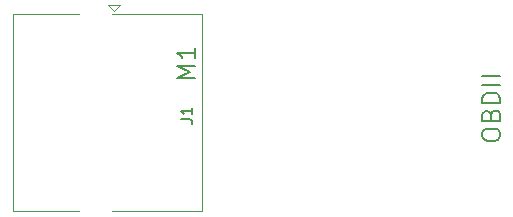
<source format=gbr>
%TF.GenerationSoftware,KiCad,Pcbnew,(6.0.5-0)*%
%TF.CreationDate,2022-08-12T15:30:33+02:00*%
%TF.ProjectId,OpenOBDPower,4f70656e-4f42-4445-906f-7765722e6b69,rev?*%
%TF.SameCoordinates,Original*%
%TF.FileFunction,Legend,Top*%
%TF.FilePolarity,Positive*%
%FSLAX46Y46*%
G04 Gerber Fmt 4.6, Leading zero omitted, Abs format (unit mm)*
G04 Created by KiCad (PCBNEW (6.0.5-0)) date 2022-08-12 15:30:33*
%MOMM*%
%LPD*%
G01*
G04 APERTURE LIST*
%ADD10C,0.150000*%
%ADD11C,0.120000*%
%ADD12C,3.215640*%
%ADD13C,3.250000*%
%ADD14R,1.500000X1.500000*%
%ADD15C,1.500000*%
%ADD16C,2.300000*%
G04 APERTURE END LIST*
D10*
%TO.C,M1*%
X133849428Y-96583714D02*
X132325428Y-96583714D01*
X133414000Y-96075714D01*
X132325428Y-95567714D01*
X133849428Y-95567714D01*
X133849428Y-94043714D02*
X133849428Y-94914571D01*
X133849428Y-94479142D02*
X132325428Y-94479142D01*
X132543142Y-94624285D01*
X132688285Y-94769428D01*
X132760857Y-94914571D01*
X158145428Y-101524857D02*
X158145428Y-101234571D01*
X158218000Y-101089428D01*
X158363142Y-100944285D01*
X158653428Y-100871714D01*
X159161428Y-100871714D01*
X159451714Y-100944285D01*
X159596857Y-101089428D01*
X159669428Y-101234571D01*
X159669428Y-101524857D01*
X159596857Y-101670000D01*
X159451714Y-101815142D01*
X159161428Y-101887714D01*
X158653428Y-101887714D01*
X158363142Y-101815142D01*
X158218000Y-101670000D01*
X158145428Y-101524857D01*
X158871142Y-99710571D02*
X158943714Y-99492857D01*
X159016285Y-99420285D01*
X159161428Y-99347714D01*
X159379142Y-99347714D01*
X159524285Y-99420285D01*
X159596857Y-99492857D01*
X159669428Y-99638000D01*
X159669428Y-100218571D01*
X158145428Y-100218571D01*
X158145428Y-99710571D01*
X158218000Y-99565428D01*
X158290571Y-99492857D01*
X158435714Y-99420285D01*
X158580857Y-99420285D01*
X158726000Y-99492857D01*
X158798571Y-99565428D01*
X158871142Y-99710571D01*
X158871142Y-100218571D01*
X159669428Y-98694571D02*
X158145428Y-98694571D01*
X158145428Y-98331714D01*
X158218000Y-98114000D01*
X158363142Y-97968857D01*
X158508285Y-97896285D01*
X158798571Y-97823714D01*
X159016285Y-97823714D01*
X159306571Y-97896285D01*
X159451714Y-97968857D01*
X159596857Y-98114000D01*
X159669428Y-98331714D01*
X159669428Y-98694571D01*
X159669428Y-97170571D02*
X158145428Y-97170571D01*
X159669428Y-96444857D02*
X158145428Y-96444857D01*
%TO.C,J1*%
X132612380Y-100083333D02*
X133326666Y-100083333D01*
X133469523Y-100130952D01*
X133564761Y-100226190D01*
X133612380Y-100369047D01*
X133612380Y-100464285D01*
X133612380Y-99083333D02*
X133612380Y-99654761D01*
X133612380Y-99369047D02*
X132612380Y-99369047D01*
X132755238Y-99464285D01*
X132850476Y-99559523D01*
X132898095Y-99654761D01*
D11*
X118410000Y-107855000D02*
X123970000Y-107855000D01*
X126470000Y-90430000D02*
X127470000Y-90430000D01*
X127470000Y-90430000D02*
X126970000Y-90930000D01*
X126970000Y-90930000D02*
X126470000Y-90430000D01*
X118410000Y-91125000D02*
X123970000Y-91125000D01*
X134380000Y-91125000D02*
X126770000Y-91125000D01*
X118410000Y-91170000D02*
X118410000Y-107855000D01*
X134380000Y-91170000D02*
X134380000Y-107810000D01*
X134380000Y-107855000D02*
X126770000Y-107855000D01*
%TD*%
D12*
%TO.C,M1*%
X138105200Y-95070000D03*
X142052360Y-95070000D03*
X146002060Y-95070000D03*
X146002060Y-103469780D03*
X153904000Y-103469780D03*
%TD*%
%LPC*%
%TO.C,M1*%
X138105200Y-95070000D03*
X142052360Y-95070000D03*
X146002060Y-95070000D03*
X146002060Y-103469780D03*
X153904000Y-103469780D03*
%TD*%
D13*
%TO.C,J1*%
X128810000Y-105840000D03*
X128810000Y-93140000D03*
D14*
X126270000Y-95930000D03*
D15*
X124490000Y-96946000D03*
X126270000Y-97962000D03*
X124490000Y-98978000D03*
X126270000Y-99994000D03*
X124490000Y-101010000D03*
X126270000Y-102026000D03*
X124490000Y-103042000D03*
D16*
X125380000Y-107620000D03*
X125380000Y-91360000D03*
%TD*%
M02*

</source>
